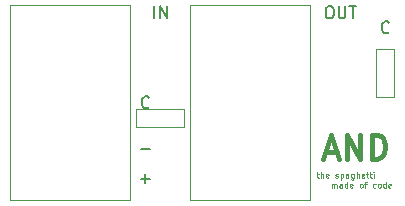
<source format=gto>
G04 #@! TF.GenerationSoftware,KiCad,Pcbnew,(5.1.6)-1*
G04 #@! TF.CreationDate,2020-06-01T07:47:49+09:00*
G04 #@! TF.ProjectId,AND,414e442e-6b69-4636-9164-5f7063625858,rev?*
G04 #@! TF.SameCoordinates,Original*
G04 #@! TF.FileFunction,Legend,Top*
G04 #@! TF.FilePolarity,Positive*
%FSLAX46Y46*%
G04 Gerber Fmt 4.6, Leading zero omitted, Abs format (unit mm)*
G04 Created by KiCad (PCBNEW (5.1.6)-1) date 2020-06-01 07:47:49*
%MOMM*%
%LPD*%
G01*
G04 APERTURE LIST*
%ADD10C,0.400000*%
%ADD11C,0.200000*%
%ADD12C,0.100000*%
%ADD13C,0.120000*%
G04 APERTURE END LIST*
D10*
X154956190Y-84153333D02*
X155908571Y-84153333D01*
X154765714Y-84724761D02*
X155432380Y-82724761D01*
X156099047Y-84724761D01*
X156765714Y-84724761D02*
X156765714Y-82724761D01*
X157908571Y-84724761D01*
X157908571Y-82724761D01*
X158860952Y-84724761D02*
X158860952Y-82724761D01*
X159337142Y-82724761D01*
X159622857Y-82820000D01*
X159813333Y-83010476D01*
X159908571Y-83200952D01*
X160003809Y-83581904D01*
X160003809Y-83867619D01*
X159908571Y-84248571D01*
X159813333Y-84439047D01*
X159622857Y-84629523D01*
X159337142Y-84724761D01*
X158860952Y-84724761D01*
D11*
X140009523Y-80367142D02*
X139961904Y-80414761D01*
X139819047Y-80462380D01*
X139723809Y-80462380D01*
X139580952Y-80414761D01*
X139485714Y-80319523D01*
X139438095Y-80224285D01*
X139390476Y-80033809D01*
X139390476Y-79890952D01*
X139438095Y-79700476D01*
X139485714Y-79605238D01*
X139580952Y-79510000D01*
X139723809Y-79462380D01*
X139819047Y-79462380D01*
X139961904Y-79510000D01*
X140009523Y-79557619D01*
X139319047Y-83891428D02*
X140080952Y-83891428D01*
X139319047Y-86431428D02*
X140080952Y-86431428D01*
X139700000Y-86812380D02*
X139700000Y-86050476D01*
X160329523Y-74017142D02*
X160281904Y-74064761D01*
X160139047Y-74112380D01*
X160043809Y-74112380D01*
X159900952Y-74064761D01*
X159805714Y-73969523D01*
X159758095Y-73874285D01*
X159710476Y-73683809D01*
X159710476Y-73540952D01*
X159758095Y-73350476D01*
X159805714Y-73255238D01*
X159900952Y-73160000D01*
X160043809Y-73112380D01*
X160139047Y-73112380D01*
X160281904Y-73160000D01*
X160329523Y-73207619D01*
D12*
X154202142Y-86007857D02*
X154392619Y-86007857D01*
X154273571Y-85841190D02*
X154273571Y-86269761D01*
X154297380Y-86317380D01*
X154345000Y-86341190D01*
X154392619Y-86341190D01*
X154559285Y-86341190D02*
X154559285Y-85841190D01*
X154773571Y-86341190D02*
X154773571Y-86079285D01*
X154749761Y-86031666D01*
X154702142Y-86007857D01*
X154630714Y-86007857D01*
X154583095Y-86031666D01*
X154559285Y-86055476D01*
X155202142Y-86317380D02*
X155154523Y-86341190D01*
X155059285Y-86341190D01*
X155011666Y-86317380D01*
X154987857Y-86269761D01*
X154987857Y-86079285D01*
X155011666Y-86031666D01*
X155059285Y-86007857D01*
X155154523Y-86007857D01*
X155202142Y-86031666D01*
X155225952Y-86079285D01*
X155225952Y-86126904D01*
X154987857Y-86174523D01*
X155797380Y-86317380D02*
X155845000Y-86341190D01*
X155940238Y-86341190D01*
X155987857Y-86317380D01*
X156011666Y-86269761D01*
X156011666Y-86245952D01*
X155987857Y-86198333D01*
X155940238Y-86174523D01*
X155868809Y-86174523D01*
X155821190Y-86150714D01*
X155797380Y-86103095D01*
X155797380Y-86079285D01*
X155821190Y-86031666D01*
X155868809Y-86007857D01*
X155940238Y-86007857D01*
X155987857Y-86031666D01*
X156225952Y-86007857D02*
X156225952Y-86507857D01*
X156225952Y-86031666D02*
X156273571Y-86007857D01*
X156368809Y-86007857D01*
X156416428Y-86031666D01*
X156440238Y-86055476D01*
X156464047Y-86103095D01*
X156464047Y-86245952D01*
X156440238Y-86293571D01*
X156416428Y-86317380D01*
X156368809Y-86341190D01*
X156273571Y-86341190D01*
X156225952Y-86317380D01*
X156892619Y-86341190D02*
X156892619Y-86079285D01*
X156868809Y-86031666D01*
X156821190Y-86007857D01*
X156725952Y-86007857D01*
X156678333Y-86031666D01*
X156892619Y-86317380D02*
X156845000Y-86341190D01*
X156725952Y-86341190D01*
X156678333Y-86317380D01*
X156654523Y-86269761D01*
X156654523Y-86222142D01*
X156678333Y-86174523D01*
X156725952Y-86150714D01*
X156845000Y-86150714D01*
X156892619Y-86126904D01*
X157345000Y-86007857D02*
X157345000Y-86412619D01*
X157321190Y-86460238D01*
X157297380Y-86484047D01*
X157249761Y-86507857D01*
X157178333Y-86507857D01*
X157130714Y-86484047D01*
X157345000Y-86317380D02*
X157297380Y-86341190D01*
X157202142Y-86341190D01*
X157154523Y-86317380D01*
X157130714Y-86293571D01*
X157106904Y-86245952D01*
X157106904Y-86103095D01*
X157130714Y-86055476D01*
X157154523Y-86031666D01*
X157202142Y-86007857D01*
X157297380Y-86007857D01*
X157345000Y-86031666D01*
X157583095Y-86341190D02*
X157583095Y-85841190D01*
X157797380Y-86341190D02*
X157797380Y-86079285D01*
X157773571Y-86031666D01*
X157725952Y-86007857D01*
X157654523Y-86007857D01*
X157606904Y-86031666D01*
X157583095Y-86055476D01*
X158225952Y-86317380D02*
X158178333Y-86341190D01*
X158083095Y-86341190D01*
X158035476Y-86317380D01*
X158011666Y-86269761D01*
X158011666Y-86079285D01*
X158035476Y-86031666D01*
X158083095Y-86007857D01*
X158178333Y-86007857D01*
X158225952Y-86031666D01*
X158249761Y-86079285D01*
X158249761Y-86126904D01*
X158011666Y-86174523D01*
X158392619Y-86007857D02*
X158583095Y-86007857D01*
X158464047Y-85841190D02*
X158464047Y-86269761D01*
X158487857Y-86317380D01*
X158535476Y-86341190D01*
X158583095Y-86341190D01*
X158678333Y-86007857D02*
X158868809Y-86007857D01*
X158749761Y-85841190D02*
X158749761Y-86269761D01*
X158773571Y-86317380D01*
X158821190Y-86341190D01*
X158868809Y-86341190D01*
X159035476Y-86341190D02*
X159035476Y-86007857D01*
X159035476Y-85841190D02*
X159011666Y-85865000D01*
X159035476Y-85888809D01*
X159059285Y-85865000D01*
X159035476Y-85841190D01*
X159035476Y-85888809D01*
X155475952Y-87191190D02*
X155475952Y-86857857D01*
X155475952Y-86905476D02*
X155499761Y-86881666D01*
X155547380Y-86857857D01*
X155618809Y-86857857D01*
X155666428Y-86881666D01*
X155690238Y-86929285D01*
X155690238Y-87191190D01*
X155690238Y-86929285D02*
X155714047Y-86881666D01*
X155761666Y-86857857D01*
X155833095Y-86857857D01*
X155880714Y-86881666D01*
X155904523Y-86929285D01*
X155904523Y-87191190D01*
X156356904Y-87191190D02*
X156356904Y-86929285D01*
X156333095Y-86881666D01*
X156285476Y-86857857D01*
X156190238Y-86857857D01*
X156142619Y-86881666D01*
X156356904Y-87167380D02*
X156309285Y-87191190D01*
X156190238Y-87191190D01*
X156142619Y-87167380D01*
X156118809Y-87119761D01*
X156118809Y-87072142D01*
X156142619Y-87024523D01*
X156190238Y-87000714D01*
X156309285Y-87000714D01*
X156356904Y-86976904D01*
X156809285Y-87191190D02*
X156809285Y-86691190D01*
X156809285Y-87167380D02*
X156761666Y-87191190D01*
X156666428Y-87191190D01*
X156618809Y-87167380D01*
X156595000Y-87143571D01*
X156571190Y-87095952D01*
X156571190Y-86953095D01*
X156595000Y-86905476D01*
X156618809Y-86881666D01*
X156666428Y-86857857D01*
X156761666Y-86857857D01*
X156809285Y-86881666D01*
X157237857Y-87167380D02*
X157190238Y-87191190D01*
X157095000Y-87191190D01*
X157047380Y-87167380D01*
X157023571Y-87119761D01*
X157023571Y-86929285D01*
X157047380Y-86881666D01*
X157095000Y-86857857D01*
X157190238Y-86857857D01*
X157237857Y-86881666D01*
X157261666Y-86929285D01*
X157261666Y-86976904D01*
X157023571Y-87024523D01*
X157928333Y-87191190D02*
X157880714Y-87167380D01*
X157856904Y-87143571D01*
X157833095Y-87095952D01*
X157833095Y-86953095D01*
X157856904Y-86905476D01*
X157880714Y-86881666D01*
X157928333Y-86857857D01*
X157999761Y-86857857D01*
X158047380Y-86881666D01*
X158071190Y-86905476D01*
X158095000Y-86953095D01*
X158095000Y-87095952D01*
X158071190Y-87143571D01*
X158047380Y-87167380D01*
X157999761Y-87191190D01*
X157928333Y-87191190D01*
X158237857Y-86857857D02*
X158428333Y-86857857D01*
X158309285Y-87191190D02*
X158309285Y-86762619D01*
X158333095Y-86715000D01*
X158380714Y-86691190D01*
X158428333Y-86691190D01*
X159190238Y-87167380D02*
X159142619Y-87191190D01*
X159047380Y-87191190D01*
X158999761Y-87167380D01*
X158975952Y-87143571D01*
X158952142Y-87095952D01*
X158952142Y-86953095D01*
X158975952Y-86905476D01*
X158999761Y-86881666D01*
X159047380Y-86857857D01*
X159142619Y-86857857D01*
X159190238Y-86881666D01*
X159475952Y-87191190D02*
X159428333Y-87167380D01*
X159404523Y-87143571D01*
X159380714Y-87095952D01*
X159380714Y-86953095D01*
X159404523Y-86905476D01*
X159428333Y-86881666D01*
X159475952Y-86857857D01*
X159547380Y-86857857D01*
X159595000Y-86881666D01*
X159618809Y-86905476D01*
X159642619Y-86953095D01*
X159642619Y-87095952D01*
X159618809Y-87143571D01*
X159595000Y-87167380D01*
X159547380Y-87191190D01*
X159475952Y-87191190D01*
X160071190Y-87191190D02*
X160071190Y-86691190D01*
X160071190Y-87167380D02*
X160023571Y-87191190D01*
X159928333Y-87191190D01*
X159880714Y-87167380D01*
X159856904Y-87143571D01*
X159833095Y-87095952D01*
X159833095Y-86953095D01*
X159856904Y-86905476D01*
X159880714Y-86881666D01*
X159928333Y-86857857D01*
X160023571Y-86857857D01*
X160071190Y-86881666D01*
X160499761Y-87167380D02*
X160452142Y-87191190D01*
X160356904Y-87191190D01*
X160309285Y-87167380D01*
X160285476Y-87119761D01*
X160285476Y-86929285D01*
X160309285Y-86881666D01*
X160356904Y-86857857D01*
X160452142Y-86857857D01*
X160499761Y-86881666D01*
X160523571Y-86929285D01*
X160523571Y-86976904D01*
X160285476Y-87024523D01*
D11*
X155210000Y-71842380D02*
X155400476Y-71842380D01*
X155495714Y-71890000D01*
X155590952Y-71985238D01*
X155638571Y-72175714D01*
X155638571Y-72509047D01*
X155590952Y-72699523D01*
X155495714Y-72794761D01*
X155400476Y-72842380D01*
X155210000Y-72842380D01*
X155114761Y-72794761D01*
X155019523Y-72699523D01*
X154971904Y-72509047D01*
X154971904Y-72175714D01*
X155019523Y-71985238D01*
X155114761Y-71890000D01*
X155210000Y-71842380D01*
X156067142Y-71842380D02*
X156067142Y-72651904D01*
X156114761Y-72747142D01*
X156162380Y-72794761D01*
X156257619Y-72842380D01*
X156448095Y-72842380D01*
X156543333Y-72794761D01*
X156590952Y-72747142D01*
X156638571Y-72651904D01*
X156638571Y-71842380D01*
X156971904Y-71842380D02*
X157543333Y-71842380D01*
X157257619Y-72842380D02*
X157257619Y-71842380D01*
X140446190Y-72842380D02*
X140446190Y-71842380D01*
X140922380Y-72842380D02*
X140922380Y-71842380D01*
X141493809Y-72842380D01*
X141493809Y-71842380D01*
D13*
X138938000Y-82042000D02*
X138938000Y-80518000D01*
X143002000Y-82042000D02*
X138938000Y-82042000D01*
X143002000Y-80518000D02*
X143002000Y-82042000D01*
X138938000Y-80518000D02*
X143002000Y-80518000D01*
X160782000Y-75438000D02*
X160782000Y-79502000D01*
X160782000Y-79502000D02*
X159258000Y-79502000D01*
X159258000Y-79502000D02*
X159258000Y-75438000D01*
X159258000Y-75438000D02*
X160782000Y-75438000D01*
X143510000Y-71755000D02*
X153670000Y-71755000D01*
X153670000Y-71755000D02*
X153670000Y-88265000D01*
X153670000Y-88265000D02*
X143510000Y-88265000D01*
X143510000Y-88265000D02*
X143510000Y-71755000D01*
X128270000Y-71755000D02*
X138430000Y-71755000D01*
X138430000Y-71755000D02*
X138430000Y-88265000D01*
X138430000Y-88265000D02*
X128270000Y-88265000D01*
X128270000Y-88265000D02*
X128270000Y-71755000D01*
M02*

</source>
